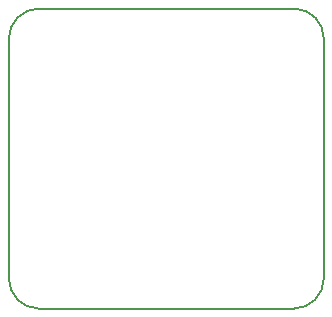
<source format=gbr>
%TF.GenerationSoftware,KiCad,Pcbnew,8.0.3-8.0.3-0~ubuntu22.04.1*%
%TF.CreationDate,2024-07-13T12:54:05+02:00*%
%TF.ProjectId,nixie_breadboard,6e697869-655f-4627-9265-6164626f6172,rev?*%
%TF.SameCoordinates,Original*%
%TF.FileFunction,Profile,NP*%
%FSLAX46Y46*%
G04 Gerber Fmt 4.6, Leading zero omitted, Abs format (unit mm)*
G04 Created by KiCad (PCBNEW 8.0.3-8.0.3-0~ubuntu22.04.1) date 2024-07-13 12:54:05*
%MOMM*%
%LPD*%
G01*
G04 APERTURE LIST*
%TA.AperFunction,Profile*%
%ADD10C,0.150000*%
%TD*%
G04 APERTURE END LIST*
D10*
X146685000Y-123190000D02*
G75*
G02*
X149101173Y-125730000I-127000J-2540000D01*
G01*
X124968000Y-123190000D02*
X146685000Y-123190000D01*
X149098000Y-146050000D02*
G75*
G02*
X146558000Y-148590000I-2540000J0D01*
G01*
X146558000Y-148590000D02*
X124968000Y-148590000D01*
X122428000Y-125730000D02*
G75*
G02*
X124968000Y-123190000I2540000J0D01*
G01*
X122428000Y-125730000D02*
X122428000Y-146050000D01*
X124968000Y-148590000D02*
G75*
G02*
X122428000Y-146050000I0J2540000D01*
G01*
X149098000Y-125730000D02*
X149098000Y-146050000D01*
M02*

</source>
